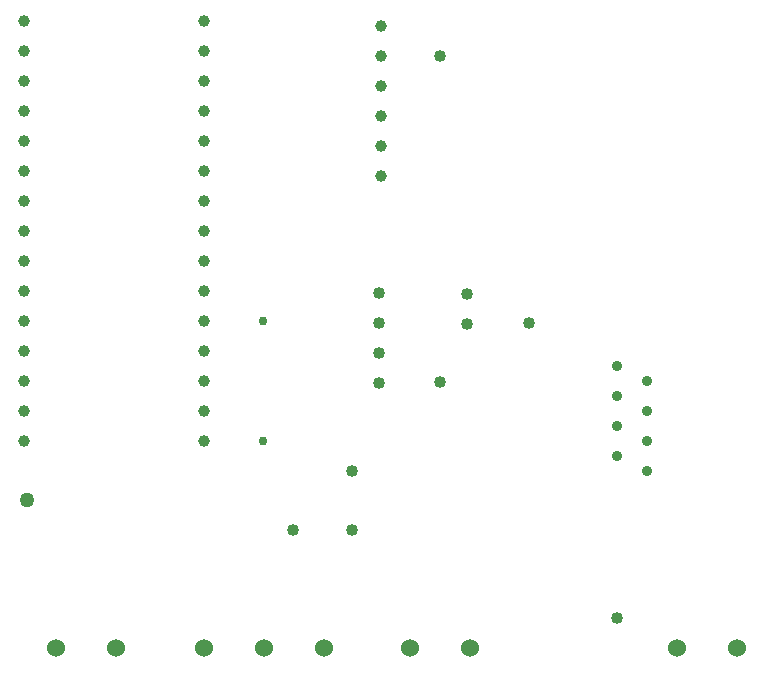
<source format=gbr>
G04 PROTEUS GERBER X2 FILE*
%TF.GenerationSoftware,Labcenter,Proteus,8.10-SP3-Build29560*%
%TF.CreationDate,2022-03-23T18:48:53+00:00*%
%TF.FileFunction,Plated,1,2,PTH*%
%TF.FilePolarity,Positive*%
%TF.Part,Single*%
%TF.SameCoordinates,{eb7d761e-84b3-45e6-87e7-5047ee7461e7}*%
%FSLAX45Y45*%
%MOMM*%
G01*
%TA.AperFunction,ComponentDrill*%
%ADD42C,1.000000*%
%TA.AperFunction,ComponentDrill*%
%ADD43C,0.762000*%
%TA.AperFunction,ComponentDrill*%
%ADD44C,1.016000*%
%TA.AperFunction,ComponentDrill*%
%ADD45C,1.524000*%
%TA.AperFunction,ComponentDrill*%
%ADD46C,0.889000*%
%TA.AperFunction,OtherDrill,Unknown*%
%ADD47C,1.270000*%
%TD.AperFunction*%
D42*
X-10250000Y+6250000D03*
X-10250000Y+6504000D03*
X-10250000Y+6758000D03*
X-10250000Y+7012000D03*
X-10250000Y+7266000D03*
X-10250000Y+7520000D03*
X-10250000Y+7774000D03*
X-10250000Y+8028000D03*
X-10250000Y+8282000D03*
X-10250000Y+8536000D03*
X-10250000Y+8790000D03*
X-10250000Y+9044000D03*
X-10250000Y+9298000D03*
X-10250000Y+9552000D03*
X-10250000Y+9806000D03*
X-11774000Y+9806000D03*
X-11774000Y+9552000D03*
X-11774000Y+9298000D03*
X-11774000Y+9044000D03*
X-11774000Y+8790000D03*
X-11774000Y+8536000D03*
X-11774000Y+8282000D03*
X-11774000Y+8028000D03*
X-11774000Y+7774000D03*
X-11774000Y+7520000D03*
X-11774000Y+7266000D03*
X-11774000Y+7012000D03*
X-11774000Y+6758000D03*
X-11774000Y+6504000D03*
X-11774000Y+6250000D03*
X-8750000Y+8500000D03*
X-8750000Y+8754000D03*
X-8750000Y+9008000D03*
X-8750000Y+9262000D03*
X-8750000Y+9516000D03*
X-8750000Y+9770000D03*
D43*
X-9750000Y+6250000D03*
X-9750000Y+7266000D03*
D44*
X-8771000Y+6746000D03*
X-8771000Y+7000000D03*
X-8771000Y+7254000D03*
X-8771000Y+7508000D03*
D45*
X-6250000Y+4500000D03*
X-5742000Y+4500000D03*
X-11500000Y+4500000D03*
X-10992000Y+4500000D03*
X-8000000Y+4500000D03*
X-8508000Y+4500000D03*
X-9234000Y+4500000D03*
X-9742000Y+4500000D03*
X-10250000Y+4500000D03*
D44*
X-8021000Y+7246000D03*
X-8021000Y+7500000D03*
D46*
X-6500000Y+6000000D03*
X-6754000Y+6127000D03*
X-6500000Y+6254000D03*
X-6754000Y+6381000D03*
X-6500000Y+6508000D03*
X-6754000Y+6635000D03*
X-6500000Y+6762000D03*
X-6754000Y+6889000D03*
D47*
X-11750000Y+5750000D03*
D44*
X-9500000Y+5500000D03*
X-8250000Y+9516000D03*
X-9000000Y+5500000D03*
X-9000000Y+6000000D03*
X-7500000Y+7250000D03*
X-6750000Y+4750000D03*
X-8250000Y+6750000D03*
M02*

</source>
